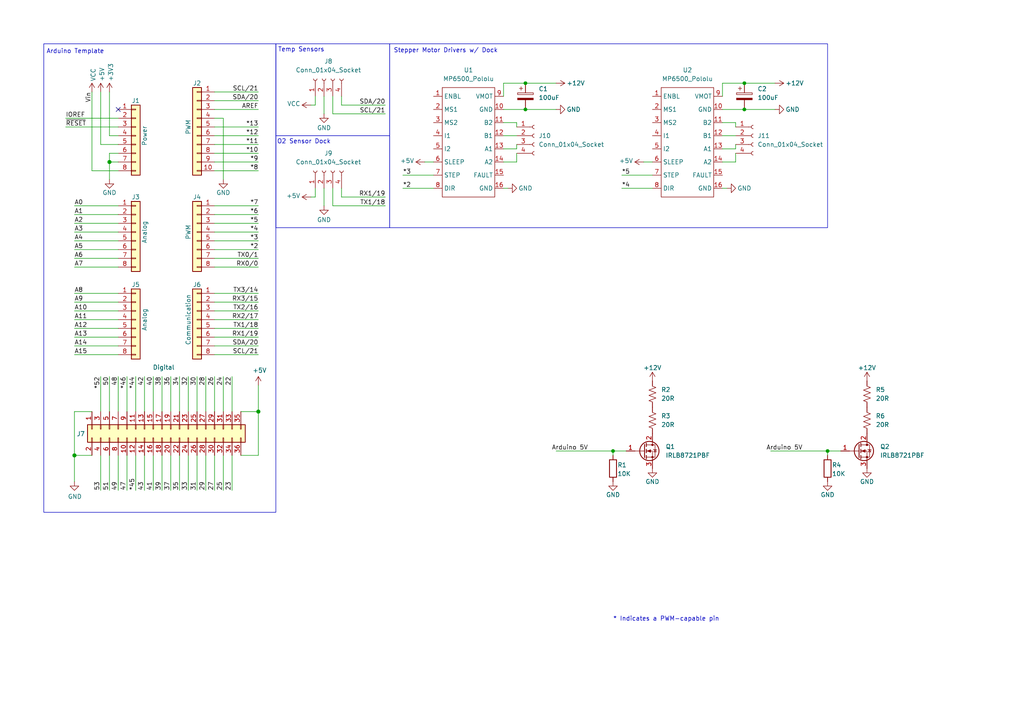
<source format=kicad_sch>
(kicad_sch (version 20231120) (generator "eeschema") (generator_version "8.0")
  (paper "A4")
  (title_block (date "mar. 31 mars 2015"))
  (lib_symbols
    (symbol "Connector:Conn_01x04_Socket" (pin_names (offset 1.016) hide)
      (property "Reference" "J" (at 0 5.08 0))
      (property "Value" "Conn_01x04_Socket" (at 0 -7.62 0))
      (symbol "Conn_01x04_Socket_1_1"
        (arc (start 0 -4.572) (mid -0.5058 -5.08) (end 0 -5.588) (stroke (width 0.1524)))
        (arc (start 0 -2.032) (mid -0.5058 -2.54) (end 0 -3.048) (stroke (width 0.1524)))
        (polyline (pts (xy -1.27 -5.08) (xy -0.508 -5.08)) (stroke (width 0.1524)))
        (polyline (pts (xy -1.27 -2.54) (xy -0.508 -2.54)) (stroke (width 0.1524)))
        (polyline (pts (xy -1.27 0) (xy -0.508 0)) (stroke (width 0.1524)))
        (polyline (pts (xy -1.27 2.54) (xy -0.508 2.54)) (stroke (width 0.1524)))
        (arc (start 0 0.508) (mid -0.5058 0) (end 0 -0.508) (stroke (width 0.1524)))
        (arc (start 0 3.048) (mid -0.5058 2.54) (end 0 2.032) (stroke (width 0.1524)))
        (pin passive line (at -5.08 2.54 0) (length 3.81) (name "Pin_1") (number "1"))
        (pin passive line (at -5.08 0 0) (length 3.81) (name "Pin_2") (number "2"))
        (pin passive line (at -5.08 -2.54 0) (length 3.81) (name "Pin_3") (number "3"))
        (pin passive line (at -5.08 -5.08 0) (length 3.81) (name "Pin_4") (number "4"))
      )
    )
    (symbol "Connector_Generic:Conn_01x08" (pin_names (offset 1.016) hide)
      (property "Reference" "J" (at 0 10.16 0))
      (property "Value" "Conn_01x08" (at 0 -12.7 0))
      (symbol "Conn_01x08_1_1"
        (rectangle (start -1.27 -10.033) (end 0 -10.287) (stroke (width 0.1524)))
        (rectangle (start -1.27 -7.493) (end 0 -7.747) (stroke (width 0.1524)))
        (rectangle (start -1.27 -4.953) (end 0 -5.207) (stroke (width 0.1524)))
        (rectangle (start -1.27 -2.413) (end 0 -2.667) (stroke (width 0.1524)))
        (rectangle (start -1.27 0.127) (end 0 -0.127) (stroke (width 0.1524)))
        (rectangle (start -1.27 2.667) (end 0 2.413) (stroke (width 0.1524)))
        (rectangle (start -1.27 5.207) (end 0 4.953) (stroke (width 0.1524)))
        (rectangle (start -1.27 7.747) (end 0 7.493) (stroke (width 0.1524)))
        (rectangle (start -1.27 8.89) (end 1.27 -11.43) (stroke (width 0.254)) (fill (type background)))
        (pin passive line (at -5.08 7.62 0) (length 3.81) (name "Pin_1") (number "1"))
        (pin passive line (at -5.08 5.08 0) (length 3.81) (name "Pin_2") (number "2"))
        (pin passive line (at -5.08 2.54 0) (length 3.81) (name "Pin_3") (number "3"))
        (pin passive line (at -5.08 0 0) (length 3.81) (name "Pin_4") (number "4"))
        (pin passive line (at -5.08 -2.54 0) (length 3.81) (name "Pin_5") (number "5"))
        (pin passive line (at -5.08 -5.08 0) (length 3.81) (name "Pin_6") (number "6"))
        (pin passive line (at -5.08 -7.62 0) (length 3.81) (name "Pin_7") (number "7"))
        (pin passive line (at -5.08 -10.16 0) (length 3.81) (name "Pin_8") (number "8"))
      )
    )
    (symbol "Connector_Generic:Conn_01x10" (pin_names (offset 1.016) hide)
      (property "Reference" "J" (at 0 12.7 0))
      (property "Value" "Conn_01x10" (at 0 -15.24 0))
      (symbol "Conn_01x10_1_1"
        (rectangle (start -1.27 -12.573) (end 0 -12.827) (stroke (width 0.1524)))
        (rectangle (start -1.27 -10.033) (end 0 -10.287) (stroke (width 0.1524)))
        (rectangle (start -1.27 -7.493) (end 0 -7.747) (stroke (width 0.1524)))
        (rectangle (start -1.27 -4.953) (end 0 -5.207) (stroke (width 0.1524)))
        (rectangle (start -1.27 -2.413) (end 0 -2.667) (stroke (width 0.1524)))
        (rectangle (start -1.27 0.127) (end 0 -0.127) (stroke (width 0.1524)))
        (rectangle (start -1.27 2.667) (end 0 2.413) (stroke (width 0.1524)))
        (rectangle (start -1.27 5.207) (end 0 4.953) (stroke (width 0.1524)))
        (rectangle (start -1.27 7.747) (end 0 7.493) (stroke (width 0.1524)))
        (rectangle (start -1.27 10.287) (end 0 10.033) (stroke (width 0.1524)))
        (rectangle (start -1.27 11.43) (end 1.27 -13.97) (stroke (width 0.254)) (fill (type background)))
        (pin passive line (at -5.08 10.16 0) (length 3.81) (name "Pin_1") (number "1"))
        (pin passive line (at -5.08 -12.7 0) (length 3.81) (name "Pin_10") (number "10"))
        (pin passive line (at -5.08 7.62 0) (length 3.81) (name "Pin_2") (number "2"))
        (pin passive line (at -5.08 5.08 0) (length 3.81) (name "Pin_3") (number "3"))
        (pin passive line (at -5.08 2.54 0) (length 3.81) (name "Pin_4") (number "4"))
        (pin passive line (at -5.08 0 0) (length 3.81) (name "Pin_5") (number "5"))
        (pin passive line (at -5.08 -2.54 0) (length 3.81) (name "Pin_6") (number "6"))
        (pin passive line (at -5.08 -5.08 0) (length 3.81) (name "Pin_7") (number "7"))
        (pin passive line (at -5.08 -7.62 0) (length 3.81) (name "Pin_8") (number "8"))
        (pin passive line (at -5.08 -10.16 0) (length 3.81) (name "Pin_9") (number "9"))
      )
    )
    (symbol "Connector_Generic:Conn_02x18_Odd_Even" (pin_names (offset 1.016) hide)
      (property "Reference" "J" (at 1.27 22.86 0))
      (property "Value" "Conn_02x18_Odd_Even" (at 1.27 -25.4 0))
      (symbol "Conn_02x18_Odd_Even_1_1"
        (rectangle (start -1.27 -22.733) (end 0 -22.987) (stroke (width 0.1524)))
        (rectangle (start -1.27 -20.193) (end 0 -20.447) (stroke (width 0.1524)))
        (rectangle (start -1.27 -17.653) (end 0 -17.907) (stroke (width 0.1524)))
        (rectangle (start -1.27 -15.113) (end 0 -15.367) (stroke (width 0.1524)))
        (rectangle (start -1.27 -12.573) (end 0 -12.827) (stroke (width 0.1524)))
        (rectangle (start -1.27 -10.033) (end 0 -10.287) (stroke (width 0.1524)))
        (rectangle (start -1.27 -7.493) (end 0 -7.747) (stroke (width 0.1524)))
        (rectangle (start -1.27 -4.953) (end 0 -5.207) (stroke (width 0.1524)))
        (rectangle (start -1.27 -2.413) (end 0 -2.667) (stroke (width 0.1524)))
        (rectangle (start -1.27 0.127) (end 0 -0.127) (stroke (width 0.1524)))
        (rectangle (start -1.27 2.667) (end 0 2.413) (stroke (width 0.1524)))
        (rectangle (start -1.27 5.207) (end 0 4.953) (stroke (width 0.1524)))
        (rectangle (start -1.27 7.747) (end 0 7.493) (stroke (width 0.1524)))
        (rectangle (start -1.27 10.287) (end 0 10.033) (stroke (width 0.1524)))
        (rectangle (start -1.27 12.827) (end 0 12.573) (stroke (width 0.1524)))
        (rectangle (start -1.27 15.367) (end 0 15.113) (stroke (width 0.1524)))
        (rectangle (start -1.27 17.907) (end 0 17.653) (stroke (width 0.1524)))
        (rectangle (start -1.27 20.447) (end 0 20.193) (stroke (width 0.1524)))
        (rectangle (start -1.27 21.59) (end 3.81 -24.13) (stroke (width 0.254)) (fill (type background)))
        (rectangle (start 3.81 -22.733) (end 2.54 -22.987) (stroke (width 0.1524)))
        (rectangle (start 3.81 -20.193) (end 2.54 -20.447) (stroke (width 0.1524)))
        (rectangle (start 3.81 -17.653) (end 2.54 -17.907) (stroke (width 0.1524)))
        (rectangle (start 3.81 -15.113) (end 2.54 -15.367) (stroke (width 0.1524)))
        (rectangle (start 3.81 -12.573) (end 2.54 -12.827) (stroke (width 0.1524)))
        (rectangle (start 3.81 -10.033) (end 2.54 -10.287) (stroke (width 0.1524)))
        (rectangle (start 3.81 -7.493) (end 2.54 -7.747) (stroke (width 0.1524)))
        (rectangle (start 3.81 -4.953) (end 2.54 -5.207) (stroke (width 0.1524)))
        (rectangle (start 3.81 -2.413) (end 2.54 -2.667) (stroke (width 0.1524)))
        (rectangle (start 3.81 0.127) (end 2.54 -0.127) (stroke (width 0.1524)))
        (rectangle (start 3.81 2.667) (end 2.54 2.413) (stroke (width 0.1524)))
        (rectangle (start 3.81 5.207) (end 2.54 4.953) (stroke (width 0.1524)))
        (rectangle (start 3.81 7.747) (end 2.54 7.493) (stroke (width 0.1524)))
        (rectangle (start 3.81 10.287) (end 2.54 10.033) (stroke (width 0.1524)))
        (rectangle (start 3.81 12.827) (end 2.54 12.573) (stroke (width 0.1524)))
        (rectangle (start 3.81 15.367) (end 2.54 15.113) (stroke (width 0.1524)))
        (rectangle (start 3.81 17.907) (end 2.54 17.653) (stroke (width 0.1524)))
        (rectangle (start 3.81 20.447) (end 2.54 20.193) (stroke (width 0.1524)))
        (pin passive line (at -5.08 20.32 0) (length 3.81) (name "Pin_1") (number "1"))
        (pin passive line (at 7.62 10.16 180) (length 3.81) (name "Pin_10") (number "10"))
        (pin passive line (at -5.08 7.62 0) (length 3.81) (name "Pin_11") (number "11"))
        (pin passive line (at 7.62 7.62 180) (length 3.81) (name "Pin_12") (number "12"))
        (pin passive line (at -5.08 5.08 0) (length 3.81) (name "Pin_13") (number "13"))
        (pin passive line (at 7.62 5.08 180) (length 3.81) (name "Pin_14") (number "14"))
        (pin passive line (at -5.08 2.54 0) (length 3.81) (name "Pin_15") (number "15"))
        (pin passive line (at 7.62 2.54 180) (length 3.81) (name "Pin_16") (number "16"))
        (pin passive line (at -5.08 0 0) (length 3.81) (name "Pin_17") (number "17"))
        (pin passive line (at 7.62 0 180) (length 3.81) (name "Pin_18") (number "18"))
        (pin passive line (at -5.08 -2.54 0) (length 3.81) (name "Pin_19") (number "19"))
        (pin passive line (at 7.62 20.32 180) (length 3.81) (name "Pin_2") (number "2"))
        (pin passive line (at 7.62 -2.54 180) (length 3.81) (name "Pin_20") (number "20"))
        (pin passive line (at -5.08 -5.08 0) (length 3.81) (name "Pin_21") (number "21"))
        (pin passive line (at 7.62 -5.08 180) (length 3.81) (name "Pin_22") (number "22"))
        (pin passive line (at -5.08 -7.62 0) (length 3.81) (name "Pin_23") (number "23"))
        (pin passive line (at 7.62 -7.62 180) (length 3.81) (name "Pin_24") (number "24"))
        (pin passive line (at -5.08 -10.16 0) (length 3.81) (name "Pin_25") (number "25"))
        (pin passive line (at 7.62 -10.16 180) (length 3.81) (name "Pin_26") (number "26"))
        (pin passive line (at -5.08 -12.7 0) (length 3.81) (name "Pin_27") (number "27"))
        (pin passive line (at 7.62 -12.7 180) (length 3.81) (name "Pin_28") (number "28"))
        (pin passive line (at -5.08 -15.24 0) (length 3.81) (name "Pin_29") (number "29"))
        (pin passive line (at -5.08 17.78 0) (length 3.81) (name "Pin_3") (number "3"))
        (pin passive line (at 7.62 -15.24 180) (length 3.81) (name "Pin_30") (number "30"))
        (pin passive line (at -5.08 -17.78 0) (length 3.81) (name "Pin_31") (number "31"))
        (pin passive line (at 7.62 -17.78 180) (length 3.81) (name "Pin_32") (number "32"))
        (pin passive line (at -5.08 -20.32 0) (length 3.81) (name "Pin_33") (number "33"))
        (pin passive line (at 7.62 -20.32 180) (length 3.81) (name "Pin_34") (number "34"))
        (pin passive line (at -5.08 -22.86 0) (length 3.81) (name "Pin_35") (number "35"))
        (pin passive line (at 7.62 -22.86 180) (length 3.81) (name "Pin_36") (number "36"))
        (pin passive line (at 7.62 17.78 180) (length 3.81) (name "Pin_4") (number "4"))
        (pin passive line (at -5.08 15.24 0) (length 3.81) (name "Pin_5") (number "5"))
        (pin passive line (at 7.62 15.24 180) (length 3.81) (name "Pin_6") (number "6"))
        (pin passive line (at -5.08 12.7 0) (length 3.81) (name "Pin_7") (number "7"))
        (pin passive line (at 7.62 12.7 180) (length 3.81) (name "Pin_8") (number "8"))
        (pin passive line (at -5.08 10.16 0) (length 3.81) (name "Pin_9") (number "9"))
      )
    )
    (symbol "Device:C_Polarized" (pin_numbers hide) (pin_names (offset 0.254))
      (property "Reference" "C" (at 0.635 2.54 0))
      (property "Value" "C_Polarized" (at 0.635 -2.54 0))
      (symbol "C_Polarized_0_1"
        (rectangle (start -2.286 0.508) (end 2.286 1.016))
        (polyline (pts (xy -1.778 2.286) (xy -0.762 2.286)))
        (polyline (pts (xy -1.27 2.794) (xy -1.27 1.778)))
        (rectangle (start 2.286 -0.508) (end -2.286 -1.016) (fill (type outline)))
      )
      (symbol "C_Polarized_1_1"
        (pin passive line (at 0 3.81 270) (length 2.794) (name "~") (number "1"))
        (pin passive line (at 0 -3.81 90) (length 2.794) (name "~") (number "2"))
      )
    )
    (symbol "Device:R" (pin_numbers hide) (pin_names (offset 0))
      (property "Reference" "R" (at 2.032 0 90))
      (property "Value" "R" (at 0 0 90))
      (symbol "R_0_1"
        (rectangle (start -1.016 -2.54) (end 1.016 2.54) (stroke (width 0.254)))
      )
      (symbol "R_1_1"
        (pin passive line (at 0 3.81 270) (length 1.27) (name "~") (number "1"))
        (pin passive line (at 0 -3.81 90) (length 1.27) (name "~") (number "2"))
      )
    )
    (symbol "Device:R_US" (pin_numbers hide) (pin_names (offset 0))
      (property "Reference" "R" (at 2.54 0 90))
      (property "Value" "R_US" (at -2.54 0 90))
      (symbol "R_US_0_1"
        (polyline (pts (xy 0 -2.286) (xy 0 -2.54)))
        (polyline (pts (xy 0 2.286) (xy 0 2.54)))
        (polyline (pts (xy 0 -0.762) (xy 1.016 -1.143) (xy 0 -1.524) (xy -1.016 -1.905) (xy 0 -2.286)))
        (polyline (pts (xy 0 0.762) (xy 1.016 0.381) (xy 0 0) (xy -1.016 -0.381) (xy 0 -0.762)))
        (polyline (pts (xy 0 2.286) (xy 1.016 1.905) (xy 0 1.524) (xy -1.016 1.143) (xy 0 0.762)))
      )
      (symbol "R_US_1_1"
        (pin passive line (at 0 3.81 270) (length 1.27) (name "~") (number "1"))
        (pin passive line (at 0 -3.81 90) (length 1.27) (name "~") (number "2"))
      )
    )
    (symbol "New_Library:MP6500_Pololu"
      (property "Reference" "U" (at 0 7.874 0))
      (property "Value" "MP6500_Pololu" (at 0 5.334 0))
      (symbol "MP6500_Pololu_0_1"
        (rectangle (start -7.62 3.81) (end 7.62 -27.94))
      )
      (symbol "MP6500_Pololu_1_1"
        (pin bidirectional line (at -10.16 1.27 0) (length 2.54) (name "ENBL") (number "1"))
        (pin bidirectional line (at 10.16 -2.54 180) (length 2.54) (name "GND") (number "10"))
        (pin bidirectional line (at 10.16 -6.35 180) (length 2.54) (name "B2") (number "11"))
        (pin bidirectional line (at 10.16 -10.16 180) (length 2.54) (name "B1") (number "12"))
        (pin bidirectional line (at 10.16 -13.97 180) (length 2.54) (name "A1") (number "13"))
        (pin bidirectional line (at 10.16 -17.78 180) (length 2.54) (name "A2") (number "14"))
        (pin bidirectional line (at 10.16 -21.59 180) (length 2.54) (name "FAULT") (number "15"))
        (pin bidirectional line (at 10.16 -25.4 180) (length 2.54) (name "GND") (number "16"))
        (pin bidirectional line (at -10.16 -2.54 0) (length 2.54) (name "MS1") (number "2"))
        (pin bidirectional line (at -10.16 -6.35 0) (length 2.54) (name "MS2") (number "3"))
        (pin bidirectional line (at -10.16 -10.16 0) (length 2.54) (name "I1") (number "4"))
        (pin bidirectional line (at -10.16 -13.97 0) (length 2.54) (name "I2") (number "5"))
        (pin bidirectional line (at -10.16 -17.78 0) (length 2.54) (name "SLEEP") (number "6"))
        (pin bidirectional line (at -10.16 -21.59 0) (length 2.54) (name "STEP") (number "7"))
        (pin bidirectional line (at -10.16 -25.4 0) (length 2.54) (name "DIR") (number "8"))
        (pin bidirectional line (at 10.16 1.27 180) (length 2.54) (name "VMOT") (number "9"))
      )
    )
    (symbol "Transistor_FET:IRLB8721PBF" (pin_names hide)
      (property "Reference" "Q" (at 5.08 1.905 0))
      (property "Value" "IRLB8721PBF" (at 5.08 0 0))
      (symbol "IRLB8721PBF_0_1"
        (polyline (pts (xy 0.254 0) (xy -2.54 0)))
        (polyline (pts (xy 0.254 1.905) (xy 0.254 -1.905)) (stroke (width 0.254)))
        (polyline (pts (xy 0.762 -1.27) (xy 0.762 -2.286)) (stroke (width 0.254)))
        (polyline (pts (xy 0.762 0.508) (xy 0.762 -0.508)) (stroke (width 0.254)))
        (polyline (pts (xy 0.762 2.286) (xy 0.762 1.27)) (stroke (width 0.254)))
        (polyline (pts (xy 2.54 2.54) (xy 2.54 1.778)))
        (polyline (pts (xy 2.54 -2.54) (xy 2.54 0) (xy 0.762 0)))
        (polyline (pts (xy 0.762 -1.778) (xy 3.302 -1.778) (xy 3.302 1.778) (xy 0.762 1.778)))
        (polyline (pts (xy 1.016 0) (xy 2.032 0.381) (xy 2.032 -0.381) (xy 1.016 0)) (fill (type outline)))
        (polyline (pts (xy 2.794 0.508) (xy 2.921 0.381) (xy 3.683 0.381) (xy 3.81 0.254)))
        (polyline (pts (xy 3.302 0.381) (xy 2.921 -0.254) (xy 3.683 -0.254) (xy 3.302 0.381)))
        (circle (center 1.651 0) (radius 2.794) (stroke (width 0.254)))
        (circle (center 2.54 -1.778) (radius 0.254) (fill (type outline)))
        (circle (center 2.54 1.778) (radius 0.254) (fill (type outline)))
      )
      (symbol "IRLB8721PBF_1_1"
        (pin input line (at -5.08 0 0) (length 2.54) (name "G") (number "1"))
        (pin passive line (at 2.54 5.08 270) (length 2.54) (name "D") (number "2"))
        (pin passive line (at 2.54 -5.08 90) (length 2.54) (name "S") (number "3"))
      )
    )
    (symbol "power:+12V" (power) (pin_numbers hide) (pin_names (offset 0) hide)
      (property "Value" "+12V" (at 0 3.556 0))
      (symbol "+12V_0_1"
        (polyline (pts (xy -0.762 1.27) (xy 0 2.54)))
        (polyline (pts (xy 0 0) (xy 0 2.54)))
        (polyline (pts (xy 0 2.54) (xy 0.762 1.27)))
      )
      (symbol "+12V_1_1"
        (pin power_in line (at 0 0 90) (length 0) (name "~") (number "1"))
      )
    )
    (symbol "power:+3V3" (power) (pin_names (offset 0))
      (property "Value" "+3V3" (at 0 3.556 0))
      (symbol "+3V3_0_1"
        (polyline (pts (xy -0.762 1.27) (xy 0 2.54)))
        (polyline (pts (xy 0 0) (xy 0 2.54)))
        (polyline (pts (xy 0 2.54) (xy 0.762 1.27)))
      )
      (symbol "+3V3_1_1"
        (pin power_in line (at 0 0 90) (length 0) hide (name "+3V3") (number "1"))
      )
    )
    (symbol "power:+5V" (power) (pin_names (offset 0))
      (property "Value" "+5V" (at 0 3.556 0))
      (symbol "+5V_0_1"
        (polyline (pts (xy -0.762 1.27) (xy 0 2.54)))
        (polyline (pts (xy 0 0) (xy 0 2.54)))
        (polyline (pts (xy 0 2.54) (xy 0.762 1.27)))
      )
      (symbol "+5V_1_1"
        (pin power_in line (at 0 0 90) (length 0) hide (name "+5V") (number "1"))
      )
    )
    (symbol "power:GND" (power) (pin_names (offset 0))
      (property "Value" "GND" (at 0 -3.81 0))
      (symbol "GND_0_1"
        (polyline (pts (xy 0 0) (xy 0 -1.27) (xy 1.27 -1.27) (xy 0 -2.54) (xy -1.27 -1.27) (xy 0 -1.27)))
      )
      (symbol "GND_1_1"
        (pin power_in line (at 0 0 270) (length 0) hide (name "GND") (number "1"))
      )
    )
    (symbol "power:VCC" (power) (pin_names (offset 0))
      (property "Value" "VCC" (at 0 3.81 0))
      (symbol "VCC_0_1"
        (polyline (pts (xy -0.762 1.27) (xy 0 2.54)))
        (polyline (pts (xy 0 0) (xy 0 2.54)))
        (polyline (pts (xy 0 2.54) (xy 0.762 1.27)))
      )
      (symbol "VCC_1_1"
        (pin power_in line (at 0 0 90) (length 0) hide (name "VCC") (number "1"))
      )
    )
  )
  (junction (at 21.59 132.08) (diameter 1.016))
  (junction (at 240.03 130.81))
  (junction (at 177.8 130.81))
  (junction (at 215.9 24.13))
  (junction (at 31.75 46.99) (diameter 1.016))
  (junction (at 152.4 31.75))
  (junction (at 215.9 31.75))
  (junction (at 152.4 24.13))
  (junction (at 74.93 119.38) (diameter 1.016))
  (no_connect (at 34.29 31.75))
  (wire (pts (xy 146.05 24.13) (xy 152.4 24.13)))
  (wire (pts (xy 152.4 24.13) (xy 161.29 24.13)))
  (wire (pts (xy 62.23 77.47) (xy 74.93 77.47)))
  (wire (pts (xy 116.84 50.8) (xy 125.73 50.8)))
  (wire (pts (xy 146.05 31.75) (xy 152.4 31.75)))
  (wire (pts (xy 21.59 77.47) (xy 34.29 77.47)))
  (wire (pts (xy 93.98 54.61) (xy 93.98 59.69)))
  (wire (pts (xy 62.23 44.45) (xy 74.93 44.45)))
  (wire (pts (xy 44.45 109.22) (xy 44.45 119.38)))
  (wire (pts (xy 149.86 35.56) (xy 149.86 36.83)))
  (wire (pts (xy 91.44 57.15) (xy 91.44 54.61)))
  (wire (pts (xy 147.32 54.61) (xy 146.05 54.61)))
  (wire (pts (xy 62.23 26.67) (xy 74.93 26.67)))
  (wire (pts (xy 46.99 109.22) (xy 46.99 119.38)))
  (wire (pts (xy 213.36 43.18) (xy 213.36 41.91)))
  (wire (pts (xy 74.93 119.38) (xy 74.93 132.08)))
  (wire (pts (xy 26.67 119.38) (xy 21.59 119.38)))
  (wire (pts (xy 146.05 35.56) (xy 149.86 35.56)))
  (wire (pts (xy 62.23 90.17) (xy 74.93 90.17)))
  (wire (pts (xy 31.75 44.45) (xy 31.75 46.99)))
  (wire (pts (xy 49.53 132.08) (xy 49.53 142.24)))
  (wire (pts (xy 21.59 72.39) (xy 34.29 72.39)))
  (wire (pts (xy 54.61 109.22) (xy 54.61 119.38)))
  (wire (pts (xy 209.55 35.56) (xy 213.36 35.56)))
  (wire (pts (xy 96.52 33.02) (xy 111.76 33.02)))
  (wire (pts (xy 31.75 109.22) (xy 31.75 119.38)))
  (wire (pts (xy 67.31 109.22) (xy 67.31 119.38)))
  (wire (pts (xy 161.29 130.81) (xy 177.8 130.81)))
  (wire (pts (xy 31.75 46.99) (xy 31.75 52.07)))
  (wire (pts (xy 62.23 132.08) (xy 62.23 142.24)))
  (wire (pts (xy 31.75 39.37) (xy 34.29 39.37)))
  (wire (pts (xy 41.91 109.22) (xy 41.91 119.38)))
  (wire (pts (xy 149.86 46.99) (xy 149.86 44.45)))
  (wire (pts (xy 29.21 41.91) (xy 34.29 41.91)))
  (wire (pts (xy 52.07 132.08) (xy 52.07 142.24)))
  (wire (pts (xy 29.21 26.67) (xy 29.21 41.91)))
  (wire (pts (xy 21.59 102.87) (xy 34.29 102.87)))
  (wire (pts (xy 36.83 132.08) (xy 36.83 142.24)))
  (wire (pts (xy 59.69 132.08) (xy 59.69 142.24)))
  (wire (pts (xy 62.23 36.83) (xy 74.93 36.83)))
  (wire (pts (xy 31.75 26.67) (xy 31.75 39.37)))
  (wire (pts (xy 62.23 59.69) (xy 74.93 59.69)))
  (wire (pts (xy 99.06 57.15) (xy 111.76 57.15)))
  (wire (pts (xy 34.29 59.69) (xy 21.59 59.69)))
  (wire (pts (xy 62.23 39.37) (xy 74.93 39.37)))
  (wire (pts (xy 34.29 100.33) (xy 21.59 100.33)))
  (wire (pts (xy 62.23 62.23) (xy 74.93 62.23)))
  (wire (pts (xy 90.17 57.15) (xy 91.44 57.15)))
  (wire (pts (xy 62.23 97.79) (xy 74.93 97.79)))
  (wire (pts (xy 52.07 109.22) (xy 52.07 119.38)))
  (wire (pts (xy 99.06 54.61) (xy 99.06 57.15)))
  (wire (pts (xy 21.59 119.38) (xy 21.59 132.08)))
  (wire (pts (xy 209.55 46.99) (xy 213.36 46.99)))
  (wire (pts (xy 36.83 109.22) (xy 36.83 119.38)))
  (wire (pts (xy 26.67 132.08) (xy 21.59 132.08)))
  (wire (pts (xy 91.44 30.48) (xy 91.44 27.94)))
  (wire (pts (xy 62.23 46.99) (xy 74.93 46.99)))
  (wire (pts (xy 59.69 109.22) (xy 59.69 119.38)))
  (wire (pts (xy 93.98 27.94) (xy 93.98 33.02)))
  (wire (pts (xy 57.15 109.22) (xy 57.15 119.38)))
  (wire (pts (xy 240.03 132.08) (xy 240.03 130.81)))
  (wire (pts (xy 39.37 132.08) (xy 39.37 142.24)))
  (wire (pts (xy 57.15 132.08) (xy 57.15 142.24)))
  (wire (pts (xy 34.29 132.08) (xy 34.29 142.24)))
  (wire (pts (xy 64.77 109.22) (xy 64.77 119.38)))
  (wire (pts (xy 213.36 46.99) (xy 213.36 44.45)))
  (wire (pts (xy 152.4 31.75) (xy 161.29 31.75)))
  (wire (pts (xy 177.8 132.08) (xy 177.8 130.81)))
  (wire (pts (xy 44.45 132.08) (xy 44.45 142.24)))
  (wire (pts (xy 39.37 109.22) (xy 39.37 119.38)))
  (wire (pts (xy 19.05 34.29) (xy 34.29 34.29)))
  (wire (pts (xy 90.17 30.48) (xy 91.44 30.48)))
  (wire (pts (xy 223.52 130.81) (xy 240.03 130.81)))
  (wire (pts (xy 146.05 43.18) (xy 149.86 43.18)))
  (wire (pts (xy 62.23 87.63) (xy 74.93 87.63)))
  (wire (pts (xy 74.93 111.76) (xy 74.93 119.38)))
  (wire (pts (xy 209.55 39.37) (xy 213.36 39.37)))
  (wire (pts (xy 123.19 46.99) (xy 125.73 46.99)))
  (wire (pts (xy 64.77 34.29) (xy 64.77 52.07)))
  (wire (pts (xy 62.23 102.87) (xy 74.93 102.87)))
  (wire (pts (xy 62.23 31.75) (xy 74.93 31.75)))
  (wire (pts (xy 69.85 119.38) (xy 74.93 119.38)))
  (wire (pts (xy 62.23 95.25) (xy 74.93 95.25)))
  (wire (pts (xy 21.59 92.71) (xy 34.29 92.71)))
  (wire (pts (xy 209.55 24.13) (xy 215.9 24.13)))
  (wire (pts (xy 34.29 64.77) (xy 21.59 64.77)))
  (wire (pts (xy 19.05 36.83) (xy 34.29 36.83)))
  (wire (pts (xy 62.23 85.09) (xy 74.93 85.09)))
  (wire (pts (xy 34.29 46.99) (xy 31.75 46.99)))
  (wire (pts (xy 96.52 27.94) (xy 96.52 33.02)))
  (wire (pts (xy 215.9 31.75) (xy 209.55 31.75)))
  (wire (pts (xy 146.05 46.99) (xy 149.86 46.99)))
  (wire (pts (xy 215.9 31.75) (xy 224.79 31.75)))
  (wire (pts (xy 146.05 24.13) (xy 146.05 27.94)))
  (wire (pts (xy 96.52 54.61) (xy 96.52 59.69)))
  (wire (pts (xy 34.29 49.53) (xy 26.67 49.53)))
  (wire (pts (xy 29.21 109.22) (xy 29.21 119.38)))
  (wire (pts (xy 21.59 62.23) (xy 34.29 62.23)))
  (wire (pts (xy 31.75 132.08) (xy 31.75 142.24)))
  (wire (pts (xy 146.05 39.37) (xy 149.86 39.37)))
  (wire (pts (xy 116.84 54.61) (xy 125.73 54.61)))
  (wire (pts (xy 54.61 132.08) (xy 54.61 142.24)))
  (wire (pts (xy 34.29 90.17) (xy 21.59 90.17)))
  (wire (pts (xy 29.21 132.08) (xy 29.21 142.24)))
  (wire (pts (xy 62.23 92.71) (xy 74.93 92.71)))
  (wire (pts (xy 62.23 34.29) (xy 64.77 34.29)))
  (wire (pts (xy 46.99 132.08) (xy 46.99 142.24)))
  (wire (pts (xy 186.69 46.99) (xy 189.23 46.99)))
  (wire (pts (xy 34.29 44.45) (xy 31.75 44.45)))
  (wire (pts (xy 21.59 97.79) (xy 34.29 97.79)))
  (wire (pts (xy 240.03 130.81) (xy 243.84 130.81)))
  (wire (pts (xy 149.86 43.18) (xy 149.86 41.91)))
  (wire (pts (xy 62.23 109.22) (xy 62.23 119.38)))
  (wire (pts (xy 62.23 41.91) (xy 74.93 41.91)))
  (wire (pts (xy 49.53 109.22) (xy 49.53 119.38)))
  (wire (pts (xy 21.59 87.63) (xy 34.29 87.63)))
  (wire (pts (xy 62.23 67.31) (xy 74.93 67.31)))
  (wire (pts (xy 62.23 64.77) (xy 74.93 64.77)))
  (wire (pts (xy 21.59 67.31) (xy 34.29 67.31)))
  (wire (pts (xy 34.29 109.22) (xy 34.29 119.38)))
  (wire (pts (xy 62.23 100.33) (xy 74.93 100.33)))
  (wire (pts (xy 99.06 30.48) (xy 111.76 30.48)))
  (wire (pts (xy 99.06 30.48) (xy 99.06 27.94)))
  (wire (pts (xy 74.93 132.08) (xy 69.85 132.08)))
  (wire (pts (xy 34.29 85.09) (xy 21.59 85.09)))
  (wire (pts (xy 189.23 54.61) (xy 180.34 54.61)))
  (wire (pts (xy 177.8 130.81) (xy 181.61 130.81)))
  (wire (pts (xy 67.31 132.08) (xy 67.31 142.24)))
  (wire (pts (xy 62.23 29.21) (xy 74.93 29.21)))
  (wire (pts (xy 209.55 24.13) (xy 209.55 27.94)))
  (wire (pts (xy 64.77 132.08) (xy 64.77 142.24)))
  (wire (pts (xy 210.82 54.61) (xy 209.55 54.61)))
  (wire (pts (xy 215.9 24.13) (xy 224.79 24.13)))
  (wire (pts (xy 62.23 72.39) (xy 74.93 72.39)))
  (wire (pts (xy 62.23 69.85) (xy 74.93 69.85)))
  (wire (pts (xy 41.91 132.08) (xy 41.91 142.24)))
  (wire (pts (xy 213.36 35.56) (xy 213.36 36.83)))
  (wire (pts (xy 209.55 43.18) (xy 213.36 43.18)))
  (wire (pts (xy 189.23 50.8) (xy 180.34 50.8)))
  (wire (pts (xy 62.23 74.93) (xy 74.93 74.93)))
  (wire (pts (xy 34.29 95.25) (xy 21.59 95.25)))
  (wire (pts (xy 26.67 49.53) (xy 26.67 26.67)))
  (wire (pts (xy 21.59 132.08) (xy 21.59 139.7)))
  (wire (pts (xy 34.29 74.93) (xy 21.59 74.93)))
  (wire (pts (xy 96.52 59.69) (xy 111.76 59.69)))
  (wire (pts (xy 34.29 69.85) (xy 21.59 69.85)))
  (wire (pts (xy 62.23 49.53) (xy 74.93 49.53)))
  (rectangle (start 80.01 39.37) (end 113.03 66.04))
  (rectangle (start 80.01 12.7) (end 113.03 39.37))
  (rectangle (start 12.7 12.7) (end 80.01 148.59))
  (rectangle (start 113.03 12.7) (end 240.03 66.04))
  (text "Stepper Motor Drivers w/ Dock" (at 129.286 14.732 0) (effects (font (size 1.27 1.27))))
  (text "Temp Sensors" (at 87.376 14.478 0) (effects (font (size 1.27 1.27))))
  (text "Arduino Template" (at 21.844 14.986 0) (effects (font (size 1.27 1.27))))
  (text "* Indicates a PWM-capable pin" (at 177.8 180.34 0) (effects (font (size 1.27 1.27)) (justify left bottom)))
  (text "O2 Sensor Dock" (at 88.138 41.148 0) (effects (font (size 1.27 1.27))))
  (label "A10" (at 21.59 90.17 0))
  (label "RX0{slash}0" (at 74.93 77.47 180))
  (label "A15" (at 21.59 102.87 0))
  (label "A2" (at 21.59 64.77 0))
  (label "RX2{slash}17" (at 74.93 92.71 180))
  (label "*4" (at 74.93 67.31 180))
  (label "SDA{slash}20" (at 74.93 100.33 180))
  (label "26" (at 62.23 109.22 270))
  (label "31" (at 57.15 142.24 90))
  (label "22" (at 67.31 109.22 270))
  (label "33" (at 54.61 142.24 90))
  (label "36" (at 49.53 109.22 270))
  (label "*2" (at 74.93 72.39 180))
  (label "*4" (at 180.34 54.61 0))
  (label "TX1{slash}18" (at 74.93 95.25 180))
  (label "*44" (at 39.37 109.22 270))
  (label "A3" (at 21.59 67.31 0))
  (label "*13" (at 74.93 36.83 180))
  (label "*52" (at 29.21 109.22 270))
  (label "*12" (at 74.93 39.37 180))
  (label "SCL{slash}21" (at 111.76 33.02 180))
  (label "40" (at 44.45 109.22 270))
  (label "~{RESET}" (at 19.05 36.83 0))
  (label "35" (at 52.07 142.24 90))
  (label "*10" (at 74.93 44.45 180))
  (label "TX1{slash}18" (at 111.76 59.69 180))
  (label "SDA{slash}20" (at 111.76 30.48 180))
  (label "28" (at 59.69 109.22 270))
  (label "*2" (at 116.84 54.61 0))
  (label "23" (at 67.31 142.24 90))
  (label "29" (at 59.69 142.24 90))
  (label "*5" (at 180.34 50.8 0))
  (label "A13" (at 21.59 97.79 0))
  (label "Arduino 5V" (at 160.02 130.81 0))
  (label "41" (at 44.45 142.24 90))
  (label "30" (at 57.15 109.22 270))
  (label "47" (at 36.83 142.24 90))
  (label "34" (at 52.07 109.22 270))
  (label "*45" (at 39.37 142.24 90))
  (label "38" (at 46.99 109.22 270))
  (label "51" (at 31.75 142.24 90))
  (label "*7" (at 74.93 59.69 180))
  (label "SDA{slash}20" (at 74.93 29.21 180))
  (label "*8" (at 74.93 49.53 180))
  (label "A9" (at 21.59 87.63 0))
  (label "*11" (at 74.93 41.91 180))
  (label "*3" (at 74.93 69.85 180))
  (label "RX1{slash}19" (at 111.76 57.15 180))
  (label "*3" (at 116.84 50.8 0))
  (label "Arduino 5V" (at 222.25 130.81 0))
  (label "A6" (at 21.59 74.93 0))
  (label "42" (at 41.91 109.22 270))
  (label "A1" (at 21.59 62.23 0))
  (label "53" (at 29.21 142.24 90))
  (label "TX0{slash}1" (at 74.93 74.93 180))
  (label "24" (at 64.77 109.22 270))
  (label "RX1{slash}19" (at 74.93 97.79 180))
  (label "A0" (at 21.59 59.69 0))
  (label "AREF" (at 74.93 31.75 180))
  (label "A14" (at 21.59 100.33 0))
  (label "39" (at 46.99 142.24 90))
  (label "A8" (at 21.59 85.09 0))
  (label "Vin" (at 26.67 26.67 270))
  (label "27" (at 62.23 142.24 90))
  (label "37" (at 49.53 142.24 90))
  (label "25" (at 64.77 142.24 90))
  (label "*6" (at 74.93 62.23 180))
  (label "*46" (at 36.83 109.22 270))
  (label "SCL{slash}21" (at 74.93 26.67 180))
  (label "*9" (at 74.93 46.99 180))
  (label "50" (at 31.75 109.22 270))
  (label "TX2{slash}16" (at 74.93 90.17 180))
  (label "*5" (at 74.93 64.77 180))
  (label "IOREF" (at 19.05 34.29 0))
  (label "A7" (at 21.59 77.47 0))
  (label "A11" (at 21.59 92.71 0))
  (label "A4" (at 21.59 69.85 0))
  (label "49" (at 34.29 142.24 90))
  (label "A5" (at 21.59 72.39 0))
  (label "RX3{slash}15" (at 74.93 87.63 180))
  (label "TX3{slash}14" (at 74.93 85.09 180))
  (label "32" (at 54.61 109.22 270))
  (label "43" (at 41.91 142.24 90))
  (label "A12" (at 21.59 95.25 0))
  (label "SCL{slash}21" (at 74.93 102.87 180))
  (label "48" (at 34.29 109.22 270))
  (symbol (lib_id "Connector_Generic:Conn_01x08") (at 39.37 39.37 0) (unit 1)
    (property "Reference" "J1" (at 39.37 29.21 0))
    (property "Value" "Power" (at 41.91 39.37 90))
    (property "Footprint" "Connector_PinSocket_2.54mm:PinSocket_1x08_P2.54mm_Vertical" (effects (hide yes)))
  )
  (symbol (lib_id "power:+3V3") (at 31.75 26.67 0) (unit 1)
    (property "Reference" "#PWR03" (effects (hide yes)))
    (property "Value" "+3V3" (at 32.131 23.622 90) (effects (justify left)))
  )
  (symbol (lib_id "power:+5V") (at 29.21 26.67 0) (unit 1)
    (property "Reference" "#PWR02" (effects (hide yes)))
    (property "Value" "+5V" (at 29.5656 23.622 90) (effects (justify left)))
  )
  (symbol (lib_id "power:GND") (at 31.75 52.07 0) (unit 1)
    (property "Reference" "#PWR04" (effects (hide yes)))
    (property "Value" "GND" (at 31.75 55.88 0))
  )
  (symbol (lib_id "Connector_Generic:Conn_01x10") (at 57.15 36.83 0) (mirror y) (unit 1)
    (property "Reference" "J2" (at 57.15 24.13 0))
    (property "Value" "PWM" (at 54.61 36.83 90))
    (property "Footprint" "Connector_PinSocket_2.54mm:PinSocket_1x10_P2.54mm_Vertical" (effects (hide yes)))
  )
  (symbol (lib_id "power:GND") (at 64.77 52.07 0) (unit 1)
    (property "Reference" "#PWR05" (effects (hide yes)))
    (property "Value" "GND" (at 64.77 55.88 0))
  )
  (symbol (lib_id "Connector_Generic:Conn_01x08") (at 39.37 67.31 0) (unit 1)
    (property "Reference" "J3" (at 39.37 57.15 0))
    (property "Value" "Analog" (at 41.91 67.31 90))
    (property "Footprint" "Connector_PinSocket_2.54mm:PinSocket_1x08_P2.54mm_Vertical" (effects (hide yes)))
  )
  (symbol (lib_id "Connector_Generic:Conn_01x08") (at 57.15 67.31 0) (mirror y) (unit 1)
    (property "Reference" "J4" (at 57.15 57.15 0))
    (property "Value" "PWM" (at 54.61 67.31 90))
    (property "Footprint" "Connector_PinSocket_2.54mm:PinSocket_1x08_P2.54mm_Vertical" (effects (hide yes)))
  )
  (symbol (lib_id "Connector_Generic:Conn_01x08") (at 39.37 92.71 0) (unit 1)
    (property "Reference" "J5" (at 39.37 82.55 0))
    (property "Value" "Analog" (at 41.91 92.71 90))
    (property "Footprint" "Connector_PinSocket_2.54mm:PinSocket_1x08_P2.54mm_Vertical" (effects (hide yes)))
  )
  (symbol (lib_id "Connector_Generic:Conn_01x08") (at 57.15 92.71 0) (mirror y) (unit 1)
    (property "Reference" "J6" (at 57.15 82.55 0))
    (property "Value" "Communication" (at 54.61 92.71 90))
    (property "Footprint" "Connector_PinSocket_2.54mm:PinSocket_1x08_P2.54mm_Vertical" (effects (hide yes)))
  )
  (symbol (lib_id "Connector_Generic:Conn_02x18_Odd_Even") (at 46.99 124.46 90) (mirror x) (unit 1)
    (property "Reference" "J7" (at 24.6379 125.8506 90) (effects (justify left)))
    (property "Value" "Digital" (at 47.498 106.553 90))
    (property "Footprint" "Connector_PinSocket_2.54mm:PinSocket_2x18_P2.54mm_Vertical" (effects (hide yes)))
  )
  (symbol (lib_id "power:GND") (at 21.59 139.7 0) (unit 1)
    (property "Reference" "#PWR07" (effects (hide yes)))
    (property "Value" "GND" (at 21.7043 144.0244 0))
  )
  (symbol (lib_id "power:+5V") (at 74.93 111.76 0) (unit 1)
    (property "Reference" "#PWR06" (effects (hide yes)))
    (property "Value" "+5V" (at 75.2983 107.4356 0))
  )
  (symbol (lib_id "power:+12V") (at 161.29 24.13 270) (unit 1)
    (property "Reference" "#PWR026" (effects (hide yes)))
    (property "Value" "+12V" (at 164.338 24.13 90) (effects (justify left)))
    (property "Description" "Power symbol creates a global label with name \"+12V\"" (effects (hide yes)))
  )
  (symbol (lib_id "Device:R") (at 240.03 135.89 0) (unit 1)
    (property "Reference" "R4" (at 241.3 134.874 0) (effects (justify left)))
    (property "Value" "10K" (at 241.3 137.414 0) (effects (justify left)))
    (property "Description" "Resistor" (effects (hide yes)))
  )
  (symbol (lib_id "power:GND") (at 210.82 54.61 90) (unit 1)
    (property "Reference" "#PWR025" (effects (hide yes)))
    (property "Value" "GND" (at 215.9 54.61 90))
  )
  (symbol (lib_id "Device:R_US") (at 251.46 114.3 0) (unit 1)
    (property "Reference" "R5" (at 254 113.0299 0) (effects (justify left)))
    (property "Value" "20R" (at 254 115.5699 0) (effects (justify left)))
    (property "Datasheet" "https://www.caddock.com/online_catalog/mrktg_lit/MP9000_Series.pdf" (effects (hide yes)))
    (property "Description" "Resistor, MP915 20.0 1%" (effects (hide yes)))
  )
  (symbol (lib_id "power:+5V") (at 123.19 46.99 90) (unit 1)
    (property "Reference" "#PWR018" (effects (hide yes)))
    (property "Value" "+5V" (at 120.142 46.6344 90) (effects (justify left)))
  )
  (symbol (lib_id "power:+5V") (at 186.69 46.99 90) (unit 1)
    (property "Reference" "#PWR022" (effects (hide yes)))
    (property "Value" "+5V" (at 183.642 46.6344 90) (effects (justify left)))
  )
  (symbol (lib_id "power:+3V3") (at 251.46 110.49 0) (unit 1)
    (property "Reference" "#PWR012" (effects (hide yes)))
    (property "Value" "+12V" (at 251.46 106.68 0))
  )
  (symbol (lib_id "New_Library:MP6500_Pololu") (at 135.89 29.21 0) (unit 1)
    (property "Reference" "U1" (at 135.89 20.32 0))
    (property "Value" "MP6500_Pololu" (at 135.89 22.86 0))
  )
  (symbol (lib_id "power:+12V") (at 224.79 24.13 270) (unit 1)
    (property "Reference" "#PWR023" (effects (hide yes)))
    (property "Value" "+12V" (at 227.838 24.13 90) (effects (justify left)))
    (property "Description" "Power symbol creates a global label with name \"+12V\"" (effects (hide yes)))
  )
  (symbol (lib_id "power:+5V") (at 90.17 57.15 90) (unit 1)
    (property "Reference" "#PWR016" (effects (hide yes)))
    (property "Value" "+5V" (at 87.122 56.7944 90) (effects (justify left)))
  )
  (symbol (lib_id "Transistor_FET:IRLB8721PBF") (at 186.69 130.81 0) (unit 1)
    (property "Reference" "Q1" (at 193.04 129.5399 0) (effects (justify left)))
    (property "Value" "IRLB8721PBF" (at 193.04 132.0799 0) (effects (justify left)))
    (property "Footprint" "Package_TO_SOT_THT:TO-220-3_Vertical" (effects (hide yes)))
    (property "Datasheet" "http://www.infineon.com/dgdl/irlb8721pbf.pdf?fileId=5546d462533600a40153566056732591" (effects (hide yes)))
    (property "Description" "62A Id, 30V Vds, 8.7 mOhm Rds, N-Channel HEXFET Power MOSFET, TO-220" (effects (hide yes)))
  )
  (symbol (lib_id "Device:R_US") (at 189.23 121.92 0) (unit 1)
    (property "Reference" "R3" (at 191.77 120.6499 0) (effects (justify left)))
    (property "Value" "20R" (at 191.77 123.1899 0) (effects (justify left)))
    (property "Datasheet" "https://www.caddock.com/online_catalog/mrktg_lit/MP9000_Series.pdf" (effects (hide yes)))
    (property "Description" "Resistor, MP915 20.0 1%" (effects (hide yes)))
  )
  (symbol (lib_id "New_Library:MP6500_Pololu") (at 199.39 29.21 0) (unit 1)
    (property "Reference" "U2" (at 199.39 20.32 0))
    (property "Value" "MP6500_Pololu" (at 199.39 22.86 0))
  )
  (symbol (lib_id "power:GND") (at 224.79 31.75 90) (unit 1)
    (property "Reference" "#PWR024" (effects (hide yes)))
    (property "Value" "GND" (at 229.87 31.75 90))
  )
  (symbol (lib_id "power:VCC") (at 26.67 26.67 0) (unit 1)
    (property "Reference" "#PWR01" (effects (hide yes)))
    (property "Value" "VCC" (at 27.051 23.622 90) (effects (justify left)))
  )
  (symbol (lib_id "Device:R_US") (at 189.23 114.3 0) (unit 1)
    (property "Reference" "R2" (at 191.77 113.0299 0) (effects (justify left)))
    (property "Value" "20R" (at 191.77 115.5699 0) (effects (justify left)))
    (property "Datasheet" "https://www.caddock.com/online_catalog/mrktg_lit/MP9000_Series.pdf" (effects (hide yes)))
    (property "Description" "Resistor, MP915 20.0 1%" (effects (hide yes)))
  )
  (symbol (lib_id "Connector:Conn_01x04_Socket") (at 93.98 49.53 90) (unit 1)
    (property "Reference" "J9" (at 95.25 44.45 90))
    (property "Value" "Conn_01x04_Socket" (at 95.25 46.99 90))
    (property "Description" "Generic connector, single row, 01x04, script generated" (effects (hide yes)))
  )
  (symbol (lib_id "Connector:Conn_01x04_Socket") (at 154.94 39.37 0) (unit 1)
    (property "Reference" "J10" (at 156.21 39.3699 0) (effects (justify left)))
    (property "Value" "Conn_01x04_Socket" (at 156.21 41.9099 0) (effects (justify left)))
    (property "Description" "Generic connector, single row, 01x04, script generated" (effects (hide yes)))
  )
  (symbol (lib_id "power:GND") (at 189.23 135.89 0) (unit 1)
    (property "Reference" "#PWR010" (effects (hide yes)))
    (property "Value" "GND" (at 189.23 139.7 0))
    (property "Description" "Power symbol creates a global label with name \"GND\" , ground" (effects (hide yes)))
  )
  (symbol (lib_id "power:GND") (at 147.32 54.61 90) (unit 1)
    (property "Reference" "#PWR020" (effects (hide yes)))
    (property "Value" "GND" (at 152.4 54.61 90))
  )
  (symbol (lib_id "Device:C_Polarized") (at 152.4 27.94 0) (unit 1)
    (property "Reference" "C1" (at 156.21 25.7809 0) (effects (justify left)))
    (property "Value" "100uF" (at 156.21 28.3209 0) (effects (justify left)))
    (property "Description" "Polarized capacitor" (effects (hide yes)))
  )
  (symbol (lib_id "Connector:Conn_01x04_Socket") (at 93.98 22.86 90) (unit 1)
    (property "Reference" "J8" (at 95.25 17.78 90))
    (property "Value" "Conn_01x04_Socket" (at 95.25 20.32 90))
    (property "Description" "Generic connector, single row, 01x04, script generated" (effects (hide yes)))
  )
  (symbol (lib_id "Transistor_FET:IRLB8721PBF") (at 248.92 130.81 0) (unit 1)
    (property "Reference" "Q2" (at 255.27 129.5399 0) (effects (justify left)))
    (property "Value" "IRLB8721PBF" (at 255.27 132.0799 0) (effects (justify left)))
    (property "Footprint" "Package_TO_SOT_THT:TO-220-3_Vertical" (effects (hide yes)))
    (property "Datasheet" "http://www.infineon.com/dgdl/irlb8721pbf.pdf?fileId=5546d462533600a40153566056732591" (effects (hide yes)))
    (property "Description" "62A Id, 30V Vds, 8.7 mOhm Rds, N-Channel HEXFET Power MOSFET, TO-220" (effects (hide yes)))
  )
  (symbol (lib_id "Device:C_Polarized") (at 215.9 27.94 0) (unit 1)
    (property "Reference" "C2" (at 219.71 25.7809 0) (effects (justify left)))
    (property "Value" "100uF" (at 219.71 28.3209 0) (effects (justify left)))
    (property "Description" "Polarized capacitor" (effects (hide yes)))
  )
  (symbol (lib_id "power:GND") (at 161.29 31.75 90) (unit 1)
    (property "Reference" "#PWR027" (effects (hide yes)))
    (property "Value" "GND" (at 166.37 31.75 90))
  )
  (symbol (lib_id "power:VCC") (at 90.17 30.48 90) (unit 1)
    (property "Reference" "#PWR014" (effects (hide yes)))
    (property "Value" "VCC" (at 87.122 30.099 90) (effects (justify left)))
  )
  (symbol (lib_id "power:GND") (at 177.8 139.7 0) (unit 1)
    (property "Reference" "#PWR08" (effects (hide yes)))
    (property "Value" "GND" (at 177.8 143.51 0))
    (property "Description" "Power symbol creates a global label with name \"GND\" , ground" (effects (hide yes)))
  )
  (symbol (lib_id "power:GND") (at 240.03 139.7 0) (unit 1)
    (property "Reference" "#PWR011" (effects (hide yes)))
    (property "Value" "GND" (at 240.03 143.51 0))
    (property "Description" "Power symbol creates a global label with name \"GND\" , ground" (effects (hide yes)))
  )
  (symbol (lib_id "power:GND") (at 251.46 135.89 0) (unit 1)
    (property "Reference" "#PWR013" (effects (hide yes)))
    (property "Value" "GND" (at 251.46 139.7 0))
    (property "Description" "Power symbol creates a global label with name \"GND\" , ground" (effects (hide yes)))
  )
  (symbol (lib_id "power:GND") (at 93.98 33.02 0) (unit 1)
    (property "Reference" "#PWR015" (effects (hide yes)))
    (property "Value" "GND" (at 93.98 37.084 0))
  )
  (symbol (lib_id "power:+3V3") (at 189.23 110.49 0) (unit 1)
    (property "Reference" "#PWR09" (effects (hide yes)))
    (property "Value" "+12V" (at 189.23 106.68 0))
  )
  (symbol (lib_id "Device:R") (at 177.8 135.89 0) (unit 1)
    (property "Reference" "R1" (at 179.07 134.874 0) (effects (justify left)))
    (property "Value" "10K" (at 179.07 137.414 0) (effects (justify left)))
    (property "Description" "Resistor" (effects (hide yes)))
  )
  (symbol (lib_id "Connector:Conn_01x04_Socket") (at 218.44 39.37 0) (unit 1)
    (property "Reference" "J11" (at 219.71 39.3699 0) (effects (justify left)))
    (property "Value" "Conn_01x04_Socket" (at 219.71 41.9099 0) (effects (justify left)))
    (property "Description" "Generic connector, single row, 01x04, script generated" (effects (hide yes)))
  )
  (symbol (lib_id "Device:R_US") (at 251.46 121.92 0) (unit 1)
    (property "Reference" "R6" (at 254 120.6499 0) (effects (justify left)))
    (property "Value" "20R" (at 254 123.1899 0) (effects (justify left)))
    (property "Datasheet" "https://www.caddock.com/online_catalog/mrktg_lit/MP9000_Series.pdf" (effects (hide yes)))
    (property "Description" "Resistor, MP915 20.0 1%" (effects (hide yes)))
  )
  (symbol (lib_id "power:GND") (at 93.98 59.69 0) (unit 1)
    (property "Reference" "#PWR017" (effects (hide yes)))
    (property "Value" "GND" (at 93.98 63.754 0))
  )
)
</source>
